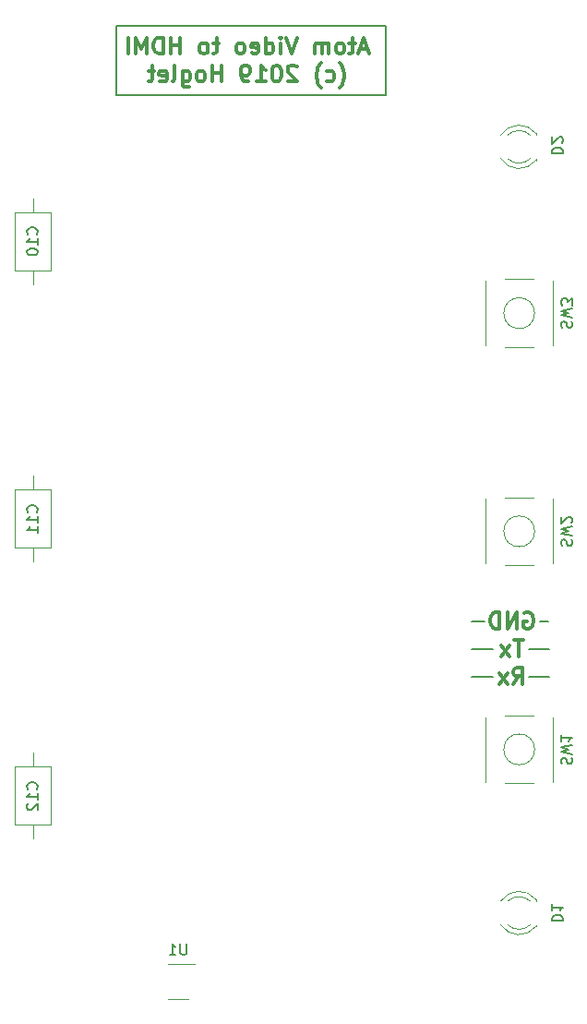
<source format=gbo>
G04 #@! TF.GenerationSoftware,KiCad,Pcbnew,5.0.2-bee76a0~70~ubuntu16.04.1*
G04 #@! TF.CreationDate,2019-04-12T16:07:59+01:00*
G04 #@! TF.ProjectId,rgb-to-hdmi,7267622d-746f-42d6-9864-6d692e6b6963,rev?*
G04 #@! TF.SameCoordinates,PX8712db8PY8b83550*
G04 #@! TF.FileFunction,Legend,Bot*
G04 #@! TF.FilePolarity,Positive*
%FSLAX46Y46*%
G04 Gerber Fmt 4.6, Leading zero omitted, Abs format (unit mm)*
G04 Created by KiCad (PCBNEW 5.0.2-bee76a0~70~ubuntu16.04.1) date Fri 12 Apr 2019 16:07:59 BST*
%MOMM*%
%LPD*%
G01*
G04 APERTURE LIST*
%ADD10C,0.200000*%
%ADD11C,0.300000*%
%ADD12C,0.120000*%
%ADD13C,0.150000*%
G04 APERTURE END LIST*
D10*
X64867000Y40245000D02*
X65629000Y40245000D01*
X63851000Y37705000D02*
X65756000Y37705000D01*
X63851000Y35165000D02*
X65756000Y35165000D01*
X58644000Y35165000D02*
X60549000Y35165000D01*
X58644000Y37705000D02*
X60549000Y37705000D01*
X58644000Y40245000D02*
X59787000Y40245000D01*
D11*
X63469857Y40995000D02*
X63612714Y41066429D01*
X63827000Y41066429D01*
X64041285Y40995000D01*
X64184142Y40852143D01*
X64255571Y40709286D01*
X64327000Y40423572D01*
X64327000Y40209286D01*
X64255571Y39923572D01*
X64184142Y39780715D01*
X64041285Y39637858D01*
X63827000Y39566429D01*
X63684142Y39566429D01*
X63469857Y39637858D01*
X63398428Y39709286D01*
X63398428Y40209286D01*
X63684142Y40209286D01*
X62755571Y39566429D02*
X62755571Y41066429D01*
X61898428Y39566429D01*
X61898428Y41066429D01*
X61184142Y39566429D02*
X61184142Y41066429D01*
X60827000Y41066429D01*
X60612714Y40995000D01*
X60469857Y40852143D01*
X60398428Y40709286D01*
X60327000Y40423572D01*
X60327000Y40209286D01*
X60398428Y39923572D01*
X60469857Y39780715D01*
X60612714Y39637858D01*
X60827000Y39566429D01*
X61184142Y39566429D01*
X62469857Y34486429D02*
X62969857Y35200715D01*
X63327000Y34486429D02*
X63327000Y35986429D01*
X62755571Y35986429D01*
X62612714Y35915000D01*
X62541285Y35843572D01*
X62469857Y35700715D01*
X62469857Y35486429D01*
X62541285Y35343572D01*
X62612714Y35272143D01*
X62755571Y35200715D01*
X63327000Y35200715D01*
X61969857Y34486429D02*
X61184142Y35486429D01*
X61969857Y35486429D02*
X61184142Y34486429D01*
X63362714Y38526429D02*
X62505571Y38526429D01*
X62934142Y37026429D02*
X62934142Y38526429D01*
X62148428Y37026429D02*
X61362714Y38026429D01*
X62148428Y38026429D02*
X61362714Y37026429D01*
D10*
X26005000Y88505000D02*
X26005000Y94855000D01*
X50770000Y88505000D02*
X26005000Y88505000D01*
X50770000Y94855000D02*
X50770000Y88505000D01*
X26005000Y94855000D02*
X50770000Y94855000D01*
D11*
X49105714Y92705000D02*
X48391428Y92705000D01*
X49248571Y92276429D02*
X48748571Y93776429D01*
X48248571Y92276429D01*
X47962857Y93276429D02*
X47391428Y93276429D01*
X47748571Y93776429D02*
X47748571Y92490715D01*
X47677142Y92347858D01*
X47534285Y92276429D01*
X47391428Y92276429D01*
X46677142Y92276429D02*
X46820000Y92347858D01*
X46891428Y92419286D01*
X46962857Y92562143D01*
X46962857Y92990715D01*
X46891428Y93133572D01*
X46820000Y93205000D01*
X46677142Y93276429D01*
X46462857Y93276429D01*
X46320000Y93205000D01*
X46248571Y93133572D01*
X46177142Y92990715D01*
X46177142Y92562143D01*
X46248571Y92419286D01*
X46320000Y92347858D01*
X46462857Y92276429D01*
X46677142Y92276429D01*
X45534285Y92276429D02*
X45534285Y93276429D01*
X45534285Y93133572D02*
X45462857Y93205000D01*
X45320000Y93276429D01*
X45105714Y93276429D01*
X44962857Y93205000D01*
X44891428Y93062143D01*
X44891428Y92276429D01*
X44891428Y93062143D02*
X44820000Y93205000D01*
X44677142Y93276429D01*
X44462857Y93276429D01*
X44320000Y93205000D01*
X44248571Y93062143D01*
X44248571Y92276429D01*
X42605714Y93776429D02*
X42105714Y92276429D01*
X41605714Y93776429D01*
X41105714Y92276429D02*
X41105714Y93276429D01*
X41105714Y93776429D02*
X41177142Y93705000D01*
X41105714Y93633572D01*
X41034285Y93705000D01*
X41105714Y93776429D01*
X41105714Y93633572D01*
X39748571Y92276429D02*
X39748571Y93776429D01*
X39748571Y92347858D02*
X39891428Y92276429D01*
X40177142Y92276429D01*
X40320000Y92347858D01*
X40391428Y92419286D01*
X40462857Y92562143D01*
X40462857Y92990715D01*
X40391428Y93133572D01*
X40320000Y93205000D01*
X40177142Y93276429D01*
X39891428Y93276429D01*
X39748571Y93205000D01*
X38462857Y92347858D02*
X38605714Y92276429D01*
X38891428Y92276429D01*
X39034285Y92347858D01*
X39105714Y92490715D01*
X39105714Y93062143D01*
X39034285Y93205000D01*
X38891428Y93276429D01*
X38605714Y93276429D01*
X38462857Y93205000D01*
X38391428Y93062143D01*
X38391428Y92919286D01*
X39105714Y92776429D01*
X37534285Y92276429D02*
X37677142Y92347858D01*
X37748571Y92419286D01*
X37820000Y92562143D01*
X37820000Y92990715D01*
X37748571Y93133572D01*
X37677142Y93205000D01*
X37534285Y93276429D01*
X37320000Y93276429D01*
X37177142Y93205000D01*
X37105714Y93133572D01*
X37034285Y92990715D01*
X37034285Y92562143D01*
X37105714Y92419286D01*
X37177142Y92347858D01*
X37320000Y92276429D01*
X37534285Y92276429D01*
X35462857Y93276429D02*
X34891428Y93276429D01*
X35248571Y93776429D02*
X35248571Y92490715D01*
X35177142Y92347858D01*
X35034285Y92276429D01*
X34891428Y92276429D01*
X34177142Y92276429D02*
X34320000Y92347858D01*
X34391428Y92419286D01*
X34462857Y92562143D01*
X34462857Y92990715D01*
X34391428Y93133572D01*
X34320000Y93205000D01*
X34177142Y93276429D01*
X33962857Y93276429D01*
X33820000Y93205000D01*
X33748571Y93133572D01*
X33677142Y92990715D01*
X33677142Y92562143D01*
X33748571Y92419286D01*
X33820000Y92347858D01*
X33962857Y92276429D01*
X34177142Y92276429D01*
X31891428Y92276429D02*
X31891428Y93776429D01*
X31891428Y93062143D02*
X31034285Y93062143D01*
X31034285Y92276429D02*
X31034285Y93776429D01*
X30320000Y92276429D02*
X30320000Y93776429D01*
X29962857Y93776429D01*
X29748571Y93705000D01*
X29605714Y93562143D01*
X29534285Y93419286D01*
X29462857Y93133572D01*
X29462857Y92919286D01*
X29534285Y92633572D01*
X29605714Y92490715D01*
X29748571Y92347858D01*
X29962857Y92276429D01*
X30320000Y92276429D01*
X28820000Y92276429D02*
X28820000Y93776429D01*
X28320000Y92705000D01*
X27820000Y93776429D01*
X27820000Y92276429D01*
X27105714Y92276429D02*
X27105714Y93776429D01*
X46534285Y89155000D02*
X46605714Y89226429D01*
X46748571Y89440715D01*
X46820000Y89583572D01*
X46891428Y89797858D01*
X46962857Y90155000D01*
X46962857Y90440715D01*
X46891428Y90797858D01*
X46820000Y91012143D01*
X46748571Y91155000D01*
X46605714Y91369286D01*
X46534285Y91440715D01*
X45320000Y89797858D02*
X45462857Y89726429D01*
X45748571Y89726429D01*
X45891428Y89797858D01*
X45962857Y89869286D01*
X46034285Y90012143D01*
X46034285Y90440715D01*
X45962857Y90583572D01*
X45891428Y90655000D01*
X45748571Y90726429D01*
X45462857Y90726429D01*
X45320000Y90655000D01*
X44820000Y89155000D02*
X44748571Y89226429D01*
X44605714Y89440715D01*
X44534285Y89583572D01*
X44462857Y89797858D01*
X44391428Y90155000D01*
X44391428Y90440715D01*
X44462857Y90797858D01*
X44534285Y91012143D01*
X44605714Y91155000D01*
X44748571Y91369286D01*
X44820000Y91440715D01*
X42605714Y91083572D02*
X42534285Y91155000D01*
X42391428Y91226429D01*
X42034285Y91226429D01*
X41891428Y91155000D01*
X41820000Y91083572D01*
X41748571Y90940715D01*
X41748571Y90797858D01*
X41820000Y90583572D01*
X42677142Y89726429D01*
X41748571Y89726429D01*
X40820000Y91226429D02*
X40677142Y91226429D01*
X40534285Y91155000D01*
X40462857Y91083572D01*
X40391428Y90940715D01*
X40320000Y90655000D01*
X40320000Y90297858D01*
X40391428Y90012143D01*
X40462857Y89869286D01*
X40534285Y89797858D01*
X40677142Y89726429D01*
X40820000Y89726429D01*
X40962857Y89797858D01*
X41034285Y89869286D01*
X41105714Y90012143D01*
X41177142Y90297858D01*
X41177142Y90655000D01*
X41105714Y90940715D01*
X41034285Y91083572D01*
X40962857Y91155000D01*
X40820000Y91226429D01*
X38891428Y89726429D02*
X39748571Y89726429D01*
X39320000Y89726429D02*
X39320000Y91226429D01*
X39462857Y91012143D01*
X39605714Y90869286D01*
X39748571Y90797858D01*
X38177142Y89726429D02*
X37891428Y89726429D01*
X37748571Y89797858D01*
X37677142Y89869286D01*
X37534285Y90083572D01*
X37462857Y90369286D01*
X37462857Y90940715D01*
X37534285Y91083572D01*
X37605714Y91155000D01*
X37748571Y91226429D01*
X38034285Y91226429D01*
X38177142Y91155000D01*
X38248571Y91083572D01*
X38320000Y90940715D01*
X38320000Y90583572D01*
X38248571Y90440715D01*
X38177142Y90369286D01*
X38034285Y90297858D01*
X37748571Y90297858D01*
X37605714Y90369286D01*
X37534285Y90440715D01*
X37462857Y90583572D01*
X35677142Y89726429D02*
X35677142Y91226429D01*
X35677142Y90512143D02*
X34820000Y90512143D01*
X34820000Y89726429D02*
X34820000Y91226429D01*
X33891428Y89726429D02*
X34034285Y89797858D01*
X34105714Y89869286D01*
X34177142Y90012143D01*
X34177142Y90440715D01*
X34105714Y90583572D01*
X34034285Y90655000D01*
X33891428Y90726429D01*
X33677142Y90726429D01*
X33534285Y90655000D01*
X33462857Y90583572D01*
X33391428Y90440715D01*
X33391428Y90012143D01*
X33462857Y89869286D01*
X33534285Y89797858D01*
X33677142Y89726429D01*
X33891428Y89726429D01*
X32105714Y90726429D02*
X32105714Y89512143D01*
X32177142Y89369286D01*
X32248571Y89297858D01*
X32391428Y89226429D01*
X32605714Y89226429D01*
X32748571Y89297858D01*
X32105714Y89797858D02*
X32248571Y89726429D01*
X32534285Y89726429D01*
X32677142Y89797858D01*
X32748571Y89869286D01*
X32820000Y90012143D01*
X32820000Y90440715D01*
X32748571Y90583572D01*
X32677142Y90655000D01*
X32534285Y90726429D01*
X32248571Y90726429D01*
X32105714Y90655000D01*
X31177142Y89726429D02*
X31320000Y89797858D01*
X31391428Y89940715D01*
X31391428Y91226429D01*
X30034285Y89797858D02*
X30177142Y89726429D01*
X30462857Y89726429D01*
X30605714Y89797858D01*
X30677142Y89940715D01*
X30677142Y90512143D01*
X30605714Y90655000D01*
X30462857Y90726429D01*
X30177142Y90726429D01*
X30034285Y90655000D01*
X29962857Y90512143D01*
X29962857Y90369286D01*
X30677142Y90226429D01*
X29534285Y90726429D02*
X28962857Y90726429D01*
X29320000Y91226429D02*
X29320000Y89940715D01*
X29248571Y89797858D01*
X29105714Y89726429D01*
X28962857Y89726429D01*
D12*
G04 #@! TO.C,SW3*
X64340000Y71620000D02*
X61660000Y71620000D01*
X61660000Y65380000D02*
X64340000Y65380000D01*
X66120000Y65530000D02*
X66120000Y71470000D01*
X59880000Y65530000D02*
X59880000Y71470000D01*
X64414214Y68500000D02*
G75*
G03X64414214Y68500000I-1414214J0D01*
G01*
G04 #@! TO.C,SW1*
X64340000Y31620000D02*
X61660000Y31620000D01*
X61660000Y25380000D02*
X64340000Y25380000D01*
X66120000Y25530000D02*
X66120000Y31470000D01*
X59880000Y25530000D02*
X59880000Y31470000D01*
X64414214Y28500000D02*
G75*
G03X64414214Y28500000I-1414214J0D01*
G01*
G04 #@! TO.C,SW2*
X64340000Y51620000D02*
X61660000Y51620000D01*
X61660000Y45380000D02*
X64340000Y45380000D01*
X66120000Y45530000D02*
X66120000Y51470000D01*
X59880000Y45530000D02*
X59880000Y51470000D01*
X64414214Y48500000D02*
G75*
G03X64414214Y48500000I-1414214J0D01*
G01*
G04 #@! TO.C,D1*
X64540000Y12420000D02*
X64540000Y12264000D01*
X64540000Y14736000D02*
X64540000Y14580000D01*
X61938870Y12420163D02*
G75*
G03X64020961Y12420000I1041130J1079837D01*
G01*
X61938870Y14579837D02*
G75*
G02X64020961Y14580000I1041130J-1079837D01*
G01*
X61307665Y12421392D02*
G75*
G03X64540000Y12264484I1672335J1078608D01*
G01*
X61307665Y14578608D02*
G75*
G02X64540000Y14735516I1672335J-1078608D01*
G01*
G04 #@! TO.C,D2*
X64540000Y82670000D02*
X64540000Y82514000D01*
X64540000Y84986000D02*
X64540000Y84830000D01*
X61938870Y82670163D02*
G75*
G03X64020961Y82670000I1041130J1079837D01*
G01*
X61938870Y84829837D02*
G75*
G02X64020961Y84830000I1041130J-1079837D01*
G01*
X61307665Y82671392D02*
G75*
G03X64540000Y82514484I1672335J1078608D01*
G01*
X61307665Y84828608D02*
G75*
G02X64540000Y84985516I1672335J-1078608D01*
G01*
G04 #@! TO.C,C12*
X18385000Y20330000D02*
X18385000Y21620000D01*
X18385000Y28250000D02*
X18385000Y26960000D01*
X16715000Y21620000D02*
X16715000Y26960000D01*
X20055000Y21620000D02*
X16715000Y21620000D01*
X20055000Y26960000D02*
X20055000Y21620000D01*
X16715000Y26960000D02*
X20055000Y26960000D01*
G04 #@! TO.C,C11*
X18385000Y45730000D02*
X18385000Y47020000D01*
X18385000Y53650000D02*
X18385000Y52360000D01*
X16715000Y47020000D02*
X16715000Y52360000D01*
X20055000Y47020000D02*
X16715000Y47020000D01*
X20055000Y52360000D02*
X20055000Y47020000D01*
X16715000Y52360000D02*
X20055000Y52360000D01*
G04 #@! TO.C,C10*
X18385000Y71130000D02*
X18385000Y72420000D01*
X18385000Y79050000D02*
X18385000Y77760000D01*
X16715000Y72420000D02*
X16715000Y77760000D01*
X20055000Y72420000D02*
X16715000Y72420000D01*
X20055000Y77760000D02*
X20055000Y72420000D01*
X16715000Y77760000D02*
X20055000Y77760000D01*
G04 #@! TO.C,U1*
X30820000Y8835000D02*
X33270000Y8835000D01*
X32620000Y5615000D02*
X30820000Y5615000D01*
G04 #@! TO.C,SW3*
D13*
X66895238Y67166667D02*
X66847619Y67309524D01*
X66847619Y67547620D01*
X66895238Y67642858D01*
X66942857Y67690477D01*
X67038095Y67738096D01*
X67133333Y67738096D01*
X67228571Y67690477D01*
X67276190Y67642858D01*
X67323809Y67547620D01*
X67371428Y67357143D01*
X67419047Y67261905D01*
X67466666Y67214286D01*
X67561904Y67166667D01*
X67657142Y67166667D01*
X67752380Y67214286D01*
X67800000Y67261905D01*
X67847619Y67357143D01*
X67847619Y67595239D01*
X67800000Y67738096D01*
X67847619Y68071429D02*
X66847619Y68309524D01*
X67561904Y68500000D01*
X66847619Y68690477D01*
X67847619Y68928572D01*
X67847619Y69214286D02*
X67847619Y69833334D01*
X67466666Y69500000D01*
X67466666Y69642858D01*
X67419047Y69738096D01*
X67371428Y69785715D01*
X67276190Y69833334D01*
X67038095Y69833334D01*
X66942857Y69785715D01*
X66895238Y69738096D01*
X66847619Y69642858D01*
X66847619Y69357143D01*
X66895238Y69261905D01*
X66942857Y69214286D01*
G04 #@! TO.C,SW1*
X66895238Y27166667D02*
X66847619Y27309524D01*
X66847619Y27547620D01*
X66895238Y27642858D01*
X66942857Y27690477D01*
X67038095Y27738096D01*
X67133333Y27738096D01*
X67228571Y27690477D01*
X67276190Y27642858D01*
X67323809Y27547620D01*
X67371428Y27357143D01*
X67419047Y27261905D01*
X67466666Y27214286D01*
X67561904Y27166667D01*
X67657142Y27166667D01*
X67752380Y27214286D01*
X67800000Y27261905D01*
X67847619Y27357143D01*
X67847619Y27595239D01*
X67800000Y27738096D01*
X67847619Y28071429D02*
X66847619Y28309524D01*
X67561904Y28500000D01*
X66847619Y28690477D01*
X67847619Y28928572D01*
X66847619Y29833334D02*
X66847619Y29261905D01*
X66847619Y29547620D02*
X67847619Y29547620D01*
X67704761Y29452381D01*
X67609523Y29357143D01*
X67561904Y29261905D01*
G04 #@! TO.C,SW2*
X66895238Y47166667D02*
X66847619Y47309524D01*
X66847619Y47547620D01*
X66895238Y47642858D01*
X66942857Y47690477D01*
X67038095Y47738096D01*
X67133333Y47738096D01*
X67228571Y47690477D01*
X67276190Y47642858D01*
X67323809Y47547620D01*
X67371428Y47357143D01*
X67419047Y47261905D01*
X67466666Y47214286D01*
X67561904Y47166667D01*
X67657142Y47166667D01*
X67752380Y47214286D01*
X67800000Y47261905D01*
X67847619Y47357143D01*
X67847619Y47595239D01*
X67800000Y47738096D01*
X67847619Y48071429D02*
X66847619Y48309524D01*
X67561904Y48500000D01*
X66847619Y48690477D01*
X67847619Y48928572D01*
X67752380Y49261905D02*
X67800000Y49309524D01*
X67847619Y49404762D01*
X67847619Y49642858D01*
X67800000Y49738096D01*
X67752380Y49785715D01*
X67657142Y49833334D01*
X67561904Y49833334D01*
X67419047Y49785715D01*
X66847619Y49214286D01*
X66847619Y49833334D01*
G04 #@! TO.C,D1*
X66020119Y12761905D02*
X67020119Y12761905D01*
X67020119Y13000000D01*
X66972500Y13142858D01*
X66877261Y13238096D01*
X66782023Y13285715D01*
X66591547Y13333334D01*
X66448690Y13333334D01*
X66258214Y13285715D01*
X66162976Y13238096D01*
X66067738Y13142858D01*
X66020119Y13000000D01*
X66020119Y12761905D01*
X66020119Y14285715D02*
X66020119Y13714286D01*
X66020119Y14000000D02*
X67020119Y14000000D01*
X66877261Y13904762D01*
X66782023Y13809524D01*
X66734404Y13714286D01*
G04 #@! TO.C,D2*
X66020119Y83138905D02*
X67020119Y83138905D01*
X67020119Y83377000D01*
X66972500Y83519858D01*
X66877261Y83615096D01*
X66782023Y83662715D01*
X66591547Y83710334D01*
X66448690Y83710334D01*
X66258214Y83662715D01*
X66162976Y83615096D01*
X66067738Y83519858D01*
X66020119Y83377000D01*
X66020119Y83138905D01*
X66924880Y84091286D02*
X66972500Y84138905D01*
X67020119Y84234143D01*
X67020119Y84472239D01*
X66972500Y84567477D01*
X66924880Y84615096D01*
X66829642Y84662715D01*
X66734404Y84662715D01*
X66591547Y84615096D01*
X66020119Y84043667D01*
X66020119Y84662715D01*
G04 #@! TO.C,C12*
X18742142Y24852858D02*
X18789761Y24900477D01*
X18837380Y25043334D01*
X18837380Y25138572D01*
X18789761Y25281429D01*
X18694523Y25376667D01*
X18599285Y25424286D01*
X18408809Y25471905D01*
X18265952Y25471905D01*
X18075476Y25424286D01*
X17980238Y25376667D01*
X17885000Y25281429D01*
X17837380Y25138572D01*
X17837380Y25043334D01*
X17885000Y24900477D01*
X17932619Y24852858D01*
X18837380Y23900477D02*
X18837380Y24471905D01*
X18837380Y24186191D02*
X17837380Y24186191D01*
X17980238Y24281429D01*
X18075476Y24376667D01*
X18123095Y24471905D01*
X17932619Y23519524D02*
X17885000Y23471905D01*
X17837380Y23376667D01*
X17837380Y23138572D01*
X17885000Y23043334D01*
X17932619Y22995715D01*
X18027857Y22948096D01*
X18123095Y22948096D01*
X18265952Y22995715D01*
X18837380Y23567143D01*
X18837380Y22948096D01*
G04 #@! TO.C,C11*
X18742142Y50252858D02*
X18789761Y50300477D01*
X18837380Y50443334D01*
X18837380Y50538572D01*
X18789761Y50681429D01*
X18694523Y50776667D01*
X18599285Y50824286D01*
X18408809Y50871905D01*
X18265952Y50871905D01*
X18075476Y50824286D01*
X17980238Y50776667D01*
X17885000Y50681429D01*
X17837380Y50538572D01*
X17837380Y50443334D01*
X17885000Y50300477D01*
X17932619Y50252858D01*
X18837380Y49300477D02*
X18837380Y49871905D01*
X18837380Y49586191D02*
X17837380Y49586191D01*
X17980238Y49681429D01*
X18075476Y49776667D01*
X18123095Y49871905D01*
X18837380Y48348096D02*
X18837380Y48919524D01*
X18837380Y48633810D02*
X17837380Y48633810D01*
X17980238Y48729048D01*
X18075476Y48824286D01*
X18123095Y48919524D01*
G04 #@! TO.C,C10*
X18742142Y75732858D02*
X18789761Y75780477D01*
X18837380Y75923334D01*
X18837380Y76018572D01*
X18789761Y76161429D01*
X18694523Y76256667D01*
X18599285Y76304286D01*
X18408809Y76351905D01*
X18265952Y76351905D01*
X18075476Y76304286D01*
X17980238Y76256667D01*
X17885000Y76161429D01*
X17837380Y76018572D01*
X17837380Y75923334D01*
X17885000Y75780477D01*
X17932619Y75732858D01*
X18837380Y74780477D02*
X18837380Y75351905D01*
X18837380Y75066191D02*
X17837380Y75066191D01*
X17980238Y75161429D01*
X18075476Y75256667D01*
X18123095Y75351905D01*
X17837380Y74161429D02*
X17837380Y74066191D01*
X17885000Y73970953D01*
X17932619Y73923334D01*
X18027857Y73875715D01*
X18218333Y73828096D01*
X18456428Y73828096D01*
X18646904Y73875715D01*
X18742142Y73923334D01*
X18789761Y73970953D01*
X18837380Y74066191D01*
X18837380Y74161429D01*
X18789761Y74256667D01*
X18742142Y74304286D01*
X18646904Y74351905D01*
X18456428Y74399524D01*
X18218333Y74399524D01*
X18027857Y74351905D01*
X17932619Y74304286D01*
X17885000Y74256667D01*
X17837380Y74161429D01*
G04 #@! TO.C,U1*
X32481904Y10672620D02*
X32481904Y9863096D01*
X32434285Y9767858D01*
X32386666Y9720239D01*
X32291428Y9672620D01*
X32100952Y9672620D01*
X32005714Y9720239D01*
X31958095Y9767858D01*
X31910476Y9863096D01*
X31910476Y10672620D01*
X30910476Y9672620D02*
X31481904Y9672620D01*
X31196190Y9672620D02*
X31196190Y10672620D01*
X31291428Y10529762D01*
X31386666Y10434524D01*
X31481904Y10386905D01*
G04 #@! TD*
M02*

</source>
